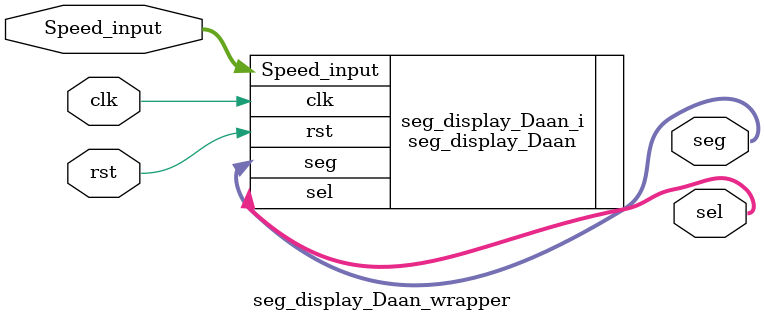
<source format=v>
`timescale 1 ps / 1 ps

module seg_display_Daan_wrapper
   (Speed_input,
    clk,
    rst,
    seg,
    sel);
  input [13:0]Speed_input;
  input clk;
  input rst;
  output [6:0]seg;
  output [3:0]sel;

  wire [13:0]Speed_input;
  wire clk;
  wire rst;
  wire [6:0]seg;
  wire [3:0]sel;

  seg_display_Daan seg_display_Daan_i
       (.Speed_input(Speed_input),
        .clk(clk),
        .rst(rst),
        .seg(seg),
        .sel(sel));
endmodule

</source>
